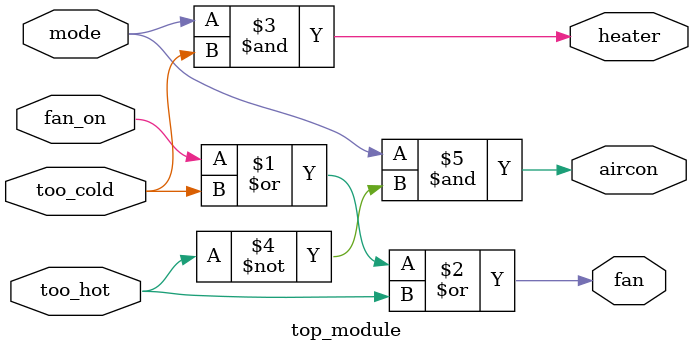
<source format=sv>
module top_module(
  input mode,
  input too_cold,
  input too_hot,
  input fan_on,
  output heater,
  output aircon,
  output fan
);

  // Control the fan
  assign fan = (fan_on | too_cold | too_hot);

  // Control the heater
  assign heater = (mode & too_cold);

  // Control the air conditioner
  assign aircon = (mode & ~too_hot);

endmodule

</source>
